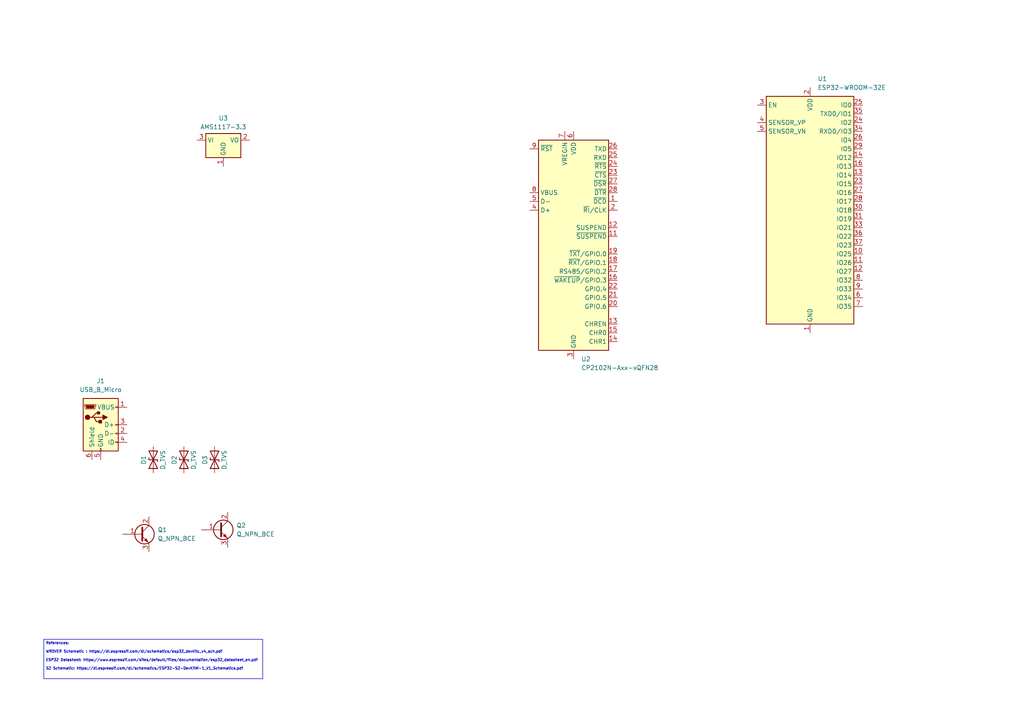
<source format=kicad_sch>
(kicad_sch (version 20231120) (generator "eeschema") (generator_version "8.0")
  (paper "A4")
  (lib_symbols
    (symbol "Connector:USB_B_Micro" (pin_names (offset 1.016))
      (property "Reference" "J" (at -5.08 11.43 0))
      (property "Value" "USB_B_Micro" (at -5.08 8.89 0))
      (symbol "USB_B_Micro_0_1"
        (rectangle (start -5.08 -7.62) (end 5.08 7.62) (stroke (width 0.254)) (fill (type background)))
        (circle (center -3.81 2.159) (radius 0.635) (stroke (width 0.254)) (fill (type outline)))
        (circle (center -0.635 3.429) (radius 0.381) (stroke (width 0.254)) (fill (type outline)))
        (rectangle (start -0.127 -7.62) (end 0.127 -6.858))
        (polyline (pts (xy -1.905 2.159) (xy 0.635 2.159)) (stroke (width 0.254)))
        (polyline (pts (xy -3.175 2.159) (xy -2.54 2.159) (xy -1.27 3.429) (xy -0.635 3.429)) (stroke (width 0.254)))
        (polyline (pts (xy -2.54 2.159) (xy -1.905 2.159) (xy -1.27 0.889) (xy 0 0.889)) (stroke (width 0.254)))
        (polyline (pts (xy 0.635 2.794) (xy 0.635 1.524) (xy 1.905 2.159) (xy 0.635 2.794)) (stroke (width 0.254)) (fill (type outline)))
        (polyline (pts (xy -4.318 5.588) (xy -1.778 5.588) (xy -2.032 4.826) (xy -4.064 4.826) (xy -4.318 5.588)) (fill (type outline)))
        (polyline (pts (xy -4.699 5.842) (xy -4.699 5.588) (xy -4.445 4.826) (xy -4.445 4.572) (xy -1.651 4.572) (xy -1.651 4.826) (xy -1.397 5.588) (xy -1.397 5.842) (xy -4.699 5.842)))
        (rectangle (start 0.254 1.27) (end -0.508 0.508) (stroke (width 0.254)) (fill (type outline)))
        (rectangle (start 5.08 -5.207) (end 4.318 -4.953))
        (rectangle (start 5.08 -2.667) (end 4.318 -2.413))
        (rectangle (start 5.08 -0.127) (end 4.318 0.127))
        (rectangle (start 5.08 4.953) (end 4.318 5.207))
      )
      (symbol "USB_B_Micro_1_1"
        (pin power_out line (at 7.62 5.08 180) (length 2.54) (name "VBUS") (number "1"))
        (pin bidirectional line (at 7.62 -2.54 180) (length 2.54) (name "D-") (number "2"))
        (pin bidirectional line (at 7.62 0 180) (length 2.54) (name "D+") (number "3"))
        (pin passive line (at 7.62 -5.08 180) (length 2.54) (name "ID") (number "4"))
        (pin power_out line (at 0 -10.16 90) (length 2.54) (name "GND") (number "5"))
        (pin passive line (at -2.54 -10.16 90) (length 2.54) (name "Shield") (number "6"))
      )
    )
    (symbol "Device:D_TVS" (pin_numbers hide) (pin_names (offset 1.016) hide)
      (property "Reference" "D" (at 0 2.54 0))
      (property "Value" "D_TVS" (at 0 -2.54 0))
      (symbol "D_TVS_0_1"
        (polyline (pts (xy 1.27 0) (xy -1.27 0)))
        (polyline (pts (xy 0.508 1.27) (xy 0 1.27) (xy 0 -1.27) (xy -0.508 -1.27)) (stroke (width 0.254)))
        (polyline (pts (xy -2.54 1.27) (xy -2.54 -1.27) (xy 2.54 1.27) (xy 2.54 -1.27) (xy -2.54 1.27)) (stroke (width 0.254)))
      )
      (symbol "D_TVS_1_1"
        (pin passive line (at -3.81 0 0) (length 2.54) (name "A1") (number "1"))
        (pin passive line (at 3.81 0 180) (length 2.54) (name "A2") (number "2"))
      )
    )
    (symbol "Device:Q_NPN_BCE" (pin_names (offset 0) hide)
      (property "Reference" "Q" (at 5.08 1.27 0))
      (property "Value" "Q_NPN_BCE" (at 5.08 -1.27 0))
      (symbol "Q_NPN_BCE_0_1"
        (polyline (pts (xy 0.635 0.635) (xy 2.54 2.54)))
        (polyline (pts (xy 0.635 -0.635) (xy 2.54 -2.54) (xy 2.54 -2.54)))
        (polyline (pts (xy 0.635 1.905) (xy 0.635 -1.905) (xy 0.635 -1.905)) (stroke (width 0.508)))
        (polyline (pts (xy 1.27 -1.778) (xy 1.778 -1.27) (xy 2.286 -2.286) (xy 1.27 -1.778) (xy 1.27 -1.778)) (fill (type outline)))
        (circle (center 1.27 0) (radius 2.8194) (stroke (width 0.254)))
      )
      (symbol "Q_NPN_BCE_1_1"
        (pin input line (at -5.08 0 0) (length 5.715) (name "B") (number "1"))
        (pin passive line (at 2.54 5.08 270) (length 2.54) (name "C") (number "2"))
        (pin passive line (at 2.54 -5.08 90) (length 2.54) (name "E") (number "3"))
      )
    )
    (symbol "Interface_USB:CP2102N-Axx-xQFN28"
      (property "Reference" "U" (at -8.89 31.75 0))
      (property "Value" "CP2102N-Axx-xQFN28" (at 12.7 31.75 0))
      (symbol "CP2102N-Axx-xQFN28_0_1"
        (rectangle (start -10.16 30.48) (end 10.16 -30.48) (stroke (width 0.254)) (fill (type background)))
      )
      (symbol "CP2102N-Axx-xQFN28_1_1"
        (pin input line (at 12.7 12.7 180) (length 2.54) (name "~{DCD}") (number "1"))
        (pin no_connect line (at -10.16 -27.94 0) (length 2.54) hide (name "NC") (number "10"))
        (pin output line (at 12.7 2.54 180) (length 2.54) (name "~{SUSPEND}") (number "11"))
        (pin output line (at 12.7 5.08 180) (length 2.54) (name "SUSPEND") (number "12"))
        (pin output line (at 12.7 -22.86 180) (length 2.54) (name "CHREN") (number "13"))
        (pin output line (at 12.7 -27.94 180) (length 2.54) (name "CHR1") (number "14"))
        (pin output line (at 12.7 -25.4 180) (length 2.54) (name "CHR0") (number "15"))
        (pin bidirectional line (at 12.7 -10.16 180) (length 2.54) (name "~{WAKEUP}/GPIO.3") (number "16"))
        (pin bidirectional line (at 12.7 -7.62 180) (length 2.54) (name "RS485/GPIO.2") (number "17"))
        (pin bidirectional line (at 12.7 -5.08 180) (length 2.54) (name "~{RXT}/GPIO.1") (number "18"))
        (pin bidirectional line (at 12.7 -2.54 180) (length 2.54) (name "~{TXT}/GPIO.0") (number "19"))
        (pin bidirectional line (at 12.7 10.16 180) (length 2.54) (name "~{RI}/CLK") (number "2"))
        (pin bidirectional line (at 12.7 -17.78 180) (length 2.54) (name "GPIO.6") (number "20"))
        (pin bidirectional line (at 12.7 -15.24 180) (length 2.54) (name "GPIO.5") (number "21"))
        (pin bidirectional line (at 12.7 -12.7 180) (length 2.54) (name "GPIO.4") (number "22"))
        (pin input line (at 12.7 20.32 180) (length 2.54) (name "~{CTS}") (number "23"))
        (pin output line (at 12.7 22.86 180) (length 2.54) (name "~{RTS}") (number "24"))
        (pin input line (at 12.7 25.4 180) (length 2.54) (name "RXD") (number "25"))
        (pin output line (at 12.7 27.94 180) (length 2.54) (name "TXD") (number "26"))
        (pin input line (at 12.7 17.78 180) (length 2.54) (name "~{DSR}") (number "27"))
        (pin output line (at 12.7 15.24 180) (length 2.54) (name "~{DTR}") (number "28"))
        (pin passive line (at 0 -33.02 90) (length 2.54) hide (name "GND") (number "29"))
        (pin power_in line (at 0 -33.02 90) (length 2.54) (name "GND") (number "3"))
        (pin bidirectional line (at -12.7 10.16 0) (length 2.54) (name "D+") (number "4"))
        (pin bidirectional line (at -12.7 12.7 0) (length 2.54) (name "D-") (number "5"))
        (pin power_in line (at 0 33.02 270) (length 2.54) (name "VDD") (number "6"))
        (pin power_in line (at -2.54 33.02 270) (length 2.54) (name "VREGIN") (number "7"))
        (pin input line (at -12.7 15.24 0) (length 2.54) (name "VBUS") (number "8"))
        (pin input line (at -12.7 27.94 0) (length 2.54) (name "~{RST}") (number "9"))
      )
    )
    (symbol "RF_Module:ESP32-WROOM-32E"
      (property "Reference" "U" (at -12.7 34.29 0))
      (property "Value" "ESP32-WROOM-32E" (at 1.27 34.29 0))
      (symbol "ESP32-WROOM-32E_0_1"
        (rectangle (start -12.7 33.02) (end 12.7 -33.02) (stroke (width 0.254)) (fill (type background)))
      )
      (symbol "ESP32-WROOM-32E_1_1"
        (pin power_in line (at 0 -35.56 90) (length 2.54) (name "GND") (number "1"))
        (pin bidirectional line (at 15.24 -12.7 180) (length 2.54) (name "IO25") (number "10"))
        (pin bidirectional line (at 15.24 -15.24 180) (length 2.54) (name "IO26") (number "11"))
        (pin bidirectional line (at 15.24 -17.78 180) (length 2.54) (name "IO27") (number "12"))
        (pin bidirectional line (at 15.24 10.16 180) (length 2.54) (name "IO14") (number "13"))
        (pin bidirectional line (at 15.24 15.24 180) (length 2.54) (name "IO12") (number "14"))
        (pin passive line (at 0 -35.56 90) (length 2.54) hide (name "GND") (number "15"))
        (pin bidirectional line (at 15.24 12.7 180) (length 2.54) (name "IO13") (number "16"))
        (pin no_connect line (at -12.7 -5.08 0) (length 2.54) hide (name "NC") (number "17"))
        (pin no_connect line (at -12.7 -7.62 0) (length 2.54) hide (name "NC") (number "18"))
        (pin no_connect line (at -12.7 -12.7 0) (length 2.54) hide (name "NC") (number "19"))
        (pin power_in line (at 0 35.56 270) (length 2.54) (name "VDD") (number "2"))
        (pin no_connect line (at -12.7 -10.16 0) (length 2.54) hide (name "NC") (number "20"))
        (pin no_connect line (at -12.7 0 0) (length 2.54) hide (name "NC") (number "21"))
        (pin no_connect line (at -12.7 -2.54 0) (length 2.54) hide (name "NC") (number "22"))
        (pin bidirectional line (at 15.24 7.62 180) (length 2.54) (name "IO15") (number "23"))
        (pin bidirectional line (at 15.24 25.4 180) (length 2.54) (name "IO2") (number "24"))
        (pin bidirectional line (at 15.24 30.48 180) (length 2.54) (name "IO0") (number "25"))
        (pin bidirectional line (at 15.24 20.32 180) (length 2.54) (name "IO4") (number "26"))
        (pin bidirectional line (at 15.24 5.08 180) (length 2.54) (name "IO16") (number "27"))
        (pin bidirectional line (at 15.24 2.54 180) (length 2.54) (name "IO17") (number "28"))
        (pin bidirectional line (at 15.24 17.78 180) (length 2.54) (name "IO5") (number "29"))
        (pin input line (at -15.24 30.48 0) (length 2.54) (name "EN") (number "3"))
        (pin bidirectional line (at 15.24 0 180) (length 2.54) (name "IO18") (number "30"))
        (pin bidirectional line (at 15.24 -2.54 180) (length 2.54) (name "IO19") (number "31"))
        (pin no_connect line (at -12.7 -27.94 0) (length 2.54) hide (name "NC") (number "32"))
        (pin bidirectional line (at 15.24 -5.08 180) (length 2.54) (name "IO21") (number "33"))
        (pin bidirectional line (at 15.24 22.86 180) (length 2.54) (name "RXD0/IO3") (number "34"))
        (pin bidirectional line (at 15.24 27.94 180) (length 2.54) (name "TXD0/IO1") (number "35"))
        (pin bidirectional line (at 15.24 -7.62 180) (length 2.54) (name "IO22") (number "36"))
        (pin bidirectional line (at 15.24 -10.16 180) (length 2.54) (name "IO23") (number "37"))
        (pin passive line (at 0 -35.56 90) (length 2.54) hide (name "GND") (number "38"))
        (pin passive line (at 0 -35.56 90) (length 2.54) hide (name "GND") (number "39"))
        (pin input line (at -15.24 25.4 0) (length 2.54) (name "SENSOR_VP") (number "4"))
        (pin input line (at -15.24 22.86 0) (length 2.54) (name "SENSOR_VN") (number "5"))
        (pin input line (at 15.24 -25.4 180) (length 2.54) (name "IO34") (number "6"))
        (pin input line (at 15.24 -27.94 180) (length 2.54) (name "IO35") (number "7"))
        (pin bidirectional line (at 15.24 -20.32 180) (length 2.54) (name "IO32") (number "8"))
        (pin bidirectional line (at 15.24 -22.86 180) (length 2.54) (name "IO33") (number "9"))
      )
    )
    (symbol "Regulator_Linear:AMS1117-3.3"
      (property "Reference" "U" (at -3.81 3.175 0))
      (property "Value" "AMS1117-3.3" (at 0 3.175 0))
      (symbol "AMS1117-3.3_0_1"
        (rectangle (start -5.08 -5.08) (end 5.08 1.905) (stroke (width 0.254)) (fill (type background)))
      )
      (symbol "AMS1117-3.3_1_1"
        (pin power_in line (at 0 -7.62 90) (length 2.54) (name "GND") (number "1"))
        (pin power_out line (at 7.62 0 180) (length 2.54) (name "VO") (number "2"))
        (pin power_in line (at -7.62 0 0) (length 2.54) (name "VI") (number "3"))
      )
    )
  )
  (text_box "References:\n\nWROVER Schematic : https://dl.espressif.com/dl/schematics/esp32_devkitc_v4_sch.pdf\n\nESP32 Datasheet: https://www.espressif.com/sites/default/files/documentation/esp32_datasheet_en.pdf\n\nS2 Schematic: https://dl.espressif.com/dl/schematics/ESP32-S2-DevKitM-1_V1_Schematics.pdf" (at 12.7 185.42 0) (size 63.5 11.43) (effects (font (size 0.762 0.762)) (justify left top)))
  (symbol (lib_id "Device:Q_NPN_BCE") (at 40.64 154.94 0) (unit 1)
    (property "Reference" "Q1" (at 45.72 153.6699 0) (effects (justify left)))
    (property "Value" "Q_NPN_BCE" (at 45.72 156.2099 0) (effects (justify left)))
    (property "Footprint" "Package_TO_SOT_SMD:SOT-23-3" (effects (hide yes)))
    (property "Datasheet" "https://www.comchiptech.com/admin/files/product/SS8050-G%20RevA181526.pdf" (effects (hide yes)))
    (property "Description" "NPN transistor, base/collector/emitter" (effects (hide yes)))
  )
  (symbol (lib_id "Device:Q_NPN_BCE") (at 63.5 153.67 0) (unit 1)
    (property "Reference" "Q2" (at 68.58 152.3999 0) (effects (justify left)))
    (property "Value" "Q_NPN_BCE" (at 68.58 154.9399 0) (effects (justify left)))
    (property "Footprint" "Package_TO_SOT_SMD:SOT-23-3" (effects (hide yes)))
    (property "Datasheet" "https://www.comchiptech.com/admin/files/product/SS8050-G%20RevA181526.pdf" (effects (hide yes)))
    (property "Description" "NPN transistor, base/collector/emitter" (effects (hide yes)))
  )
  (symbol (lib_id "Connector:USB_B_Micro") (at 29.21 123.19 0) (unit 1)
    (property "Reference" "J1" (at 29.21 110.49 0))
    (property "Value" "USB_B_Micro" (at 29.21 113.03 0))
    (property "Description" "USB Micro Type B connector" (effects (hide yes)))
  )
  (symbol (lib_id "Regulator_Linear:AMS1117-3.3") (at 64.77 40.64 0) (unit 1)
    (property "Reference" "U3" (at 64.77 34.29 0))
    (property "Value" "AMS1117-3.3" (at 64.77 36.83 0))
    (property "Footprint" "Package_TO_SOT_SMD:SOT-223-3_TabPin2" (effects (hide yes)))
    (property "Datasheet" "http://www.advanced-monolithic.com/pdf/ds1117.pdf" (effects (hide yes)))
    (property "Description" "1A Low Dropout regulator, positive, 3.3V fixed output, SOT-223" (effects (hide yes)))
  )
  (symbol (lib_id "Device:D_TVS") (at 44.45 133.35 90) (unit 1)
    (property "Reference" "D1" (at 41.656 132.08 0) (effects (justify right)))
    (property "Value" "D_TVS" (at 47.244 130.556 0) (effects (justify right)))
    (property "Footprint" "Diode_SMD:D_SOD-523" (effects (hide yes)))
    (property "Datasheet" "https://www.onsemi.com/pdf/datasheet/esd5b5.0st1-d.pdf" (effects (hide yes)))
    (property "Description" "Bidirectional transient-voltage-suppression diode" (effects (hide yes)))
  )
  (symbol (lib_id "Interface_USB:CP2102N-Axx-xQFN28") (at 166.37 71.12 0) (unit 1)
    (property "Reference" "U2" (at 168.5641 104.14 0) (effects (justify left)))
    (property "Value" "CP2102N-Axx-xQFN28" (at 168.5641 106.68 0) (effects (justify left)))
    (property "Footprint" "Package_DFN_QFN:QFN-28-1EP_5x5mm_P0.5mm_EP3.35x3.35mm" (effects (hide yes)))
    (property "Datasheet" "https://www.silabs.com/documents/public/data-sheets/cp2102n-datasheet.pdf" (effects (hide yes)))
    (property "Description" "USB to UART master bridge, QFN-28" (effects (hide yes)))
  )
  (symbol (lib_id "Device:D_TVS") (at 62.23 133.35 90) (unit 1)
    (property "Reference" "D3" (at 59.436 132.08 0) (effects (justify right)))
    (property "Value" "D_TVS" (at 65.024 130.556 0) (effects (justify right)))
    (property "Footprint" "Diode_SMD:D_SOD-523" (effects (hide yes)))
    (property "Datasheet" "https://www.onsemi.com/pdf/datasheet/esd5b5.0st1-d.pdf" (effects (hide yes)))
    (property "Description" "Bidirectional transient-voltage-suppression diode" (effects (hide yes)))
  )
  (symbol (lib_id "RF_Module:ESP32-WROOM-32E") (at 234.95 60.96 0) (unit 1)
    (property "Reference" "U1" (at 237.1441 22.86 0) (effects (justify left)))
    (property "Value" "ESP32-WROOM-32E" (at 237.1441 25.4 0) (effects (justify left)))
    (property "Footprint" "RF_Module:ESP32-WROOM-32D" (effects (hide yes)))
    (property "Datasheet" "https://www.espressif.com/sites/default/files/documentation/esp32-wroom-32e_esp32-wroom-32ue_datasheet_en.pdf" (effects (hide yes)))
    (property "Description" "RF Module, ESP32-D0WD-V3 SoC, without PSRAM, Wi-Fi 802.11b/g/n, Bluetooth, BLE, 32-bit, 2.7-3.6V, onboard antenna, SMD" (effects (hide yes)))
  )
  (symbol (lib_id "Device:D_TVS") (at 53.34 133.35 90) (unit 1)
    (property "Reference" "D2" (at 50.546 132.08 0) (effects (justify right)))
    (property "Value" "D_TVS" (at 56.134 130.556 0) (effects (justify right)))
    (property "Footprint" "Diode_SMD:D_SOD-523" (effects (hide yes)))
    (property "Datasheet" "https://www.onsemi.com/pdf/datasheet/esd5b5.0st1-d.pdf" (effects (hide yes)))
    (property "Description" "Bidirectional transient-voltage-suppression diode" (effects (hide yes)))
  )
)
</source>
